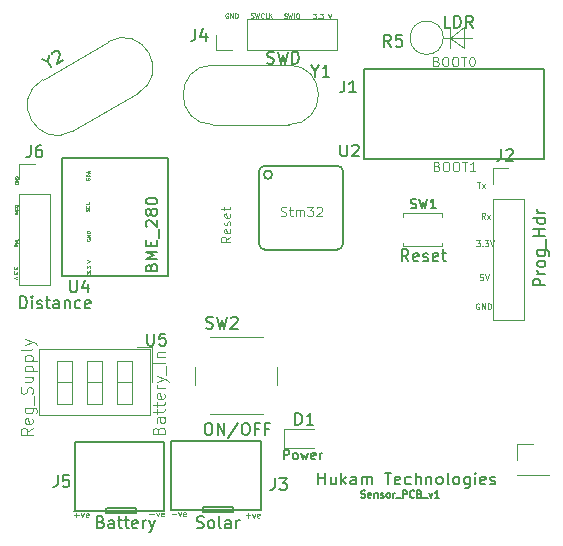
<source format=gto>
G04 #@! TF.GenerationSoftware,KiCad,Pcbnew,5.1.6-c6e7f7d~87~ubuntu18.04.1*
G04 #@! TF.CreationDate,2020-07-22T22:23:17+05:30*
G04 #@! TF.ProjectId,Sensor_pcb_v1,53656e73-6f72-45f7-9063-625f76312e6b,rev?*
G04 #@! TF.SameCoordinates,Original*
G04 #@! TF.FileFunction,Legend,Top*
G04 #@! TF.FilePolarity,Positive*
%FSLAX46Y46*%
G04 Gerber Fmt 4.6, Leading zero omitted, Abs format (unit mm)*
G04 Created by KiCad (PCBNEW 5.1.6-c6e7f7d~87~ubuntu18.04.1) date 2020-07-22 22:23:17*
%MOMM*%
%LPD*%
G01*
G04 APERTURE LIST*
%ADD10C,0.050000*%
%ADD11C,0.100000*%
%ADD12C,0.070000*%
%ADD13C,0.075000*%
%ADD14C,0.060000*%
%ADD15C,0.150000*%
%ADD16C,0.200000*%
%ADD17C,0.120000*%
G04 APERTURE END LIST*
D10*
X42734621Y-61137954D02*
X43115574Y-61137954D01*
X42925098Y-61328430D02*
X42925098Y-60947478D01*
X43306050Y-60995097D02*
X43425098Y-61328430D01*
X43544145Y-60995097D01*
X43925098Y-61304620D02*
X43877479Y-61328430D01*
X43782240Y-61328430D01*
X43734621Y-61304620D01*
X43710812Y-61257001D01*
X43710812Y-61066525D01*
X43734621Y-61018906D01*
X43782240Y-60995097D01*
X43877479Y-60995097D01*
X43925098Y-61018906D01*
X43948907Y-61066525D01*
X43948907Y-61114144D01*
X43710812Y-61161763D01*
X36470981Y-61046514D02*
X36851934Y-61046514D01*
X37042410Y-60903657D02*
X37161458Y-61236990D01*
X37280505Y-60903657D01*
X37661458Y-61213180D02*
X37613839Y-61236990D01*
X37518600Y-61236990D01*
X37470981Y-61213180D01*
X37447172Y-61165561D01*
X37447172Y-60975085D01*
X37470981Y-60927466D01*
X37518600Y-60903657D01*
X37613839Y-60903657D01*
X37661458Y-60927466D01*
X37685267Y-60975085D01*
X37685267Y-61022704D01*
X37447172Y-61070323D01*
X34591381Y-61049054D02*
X34972334Y-61049054D01*
X35162810Y-60906197D02*
X35281858Y-61239530D01*
X35400905Y-60906197D01*
X35781858Y-61215720D02*
X35734239Y-61239530D01*
X35639000Y-61239530D01*
X35591381Y-61215720D01*
X35567572Y-61168101D01*
X35567572Y-60977625D01*
X35591381Y-60930006D01*
X35639000Y-60906197D01*
X35734239Y-60906197D01*
X35781858Y-60930006D01*
X35805667Y-60977625D01*
X35805667Y-61025244D01*
X35567572Y-61072863D01*
X28221061Y-61127794D02*
X28602014Y-61127794D01*
X28411538Y-61318270D02*
X28411538Y-60937318D01*
X28792490Y-60984937D02*
X28911538Y-61318270D01*
X29030585Y-60984937D01*
X29411538Y-61294460D02*
X29363919Y-61318270D01*
X29268680Y-61318270D01*
X29221061Y-61294460D01*
X29197252Y-61246841D01*
X29197252Y-61056365D01*
X29221061Y-61008746D01*
X29268680Y-60984937D01*
X29363919Y-60984937D01*
X29411538Y-61008746D01*
X29435347Y-61056365D01*
X29435347Y-61103984D01*
X29197252Y-61151603D01*
D11*
X58944693Y-31591257D02*
X59058979Y-31629352D01*
X59097074Y-31667447D01*
X59135169Y-31743638D01*
X59135169Y-31857923D01*
X59097074Y-31934114D01*
X59058979Y-31972209D01*
X58982788Y-32010304D01*
X58678026Y-32010304D01*
X58678026Y-31210304D01*
X58944693Y-31210304D01*
X59020883Y-31248400D01*
X59058979Y-31286495D01*
X59097074Y-31362685D01*
X59097074Y-31438876D01*
X59058979Y-31515066D01*
X59020883Y-31553161D01*
X58944693Y-31591257D01*
X58678026Y-31591257D01*
X59630407Y-31210304D02*
X59782788Y-31210304D01*
X59858979Y-31248400D01*
X59935169Y-31324590D01*
X59973264Y-31476971D01*
X59973264Y-31743638D01*
X59935169Y-31896019D01*
X59858979Y-31972209D01*
X59782788Y-32010304D01*
X59630407Y-32010304D01*
X59554217Y-31972209D01*
X59478026Y-31896019D01*
X59439931Y-31743638D01*
X59439931Y-31476971D01*
X59478026Y-31324590D01*
X59554217Y-31248400D01*
X59630407Y-31210304D01*
X60468502Y-31210304D02*
X60620883Y-31210304D01*
X60697074Y-31248400D01*
X60773264Y-31324590D01*
X60811360Y-31476971D01*
X60811360Y-31743638D01*
X60773264Y-31896019D01*
X60697074Y-31972209D01*
X60620883Y-32010304D01*
X60468502Y-32010304D01*
X60392312Y-31972209D01*
X60316121Y-31896019D01*
X60278026Y-31743638D01*
X60278026Y-31476971D01*
X60316121Y-31324590D01*
X60392312Y-31248400D01*
X60468502Y-31210304D01*
X61039931Y-31210304D02*
X61497074Y-31210304D01*
X61268502Y-32010304D02*
X61268502Y-31210304D01*
X62182788Y-32010304D02*
X61725645Y-32010304D01*
X61954217Y-32010304D02*
X61954217Y-31210304D01*
X61878026Y-31324590D01*
X61801836Y-31400780D01*
X61725645Y-31438876D01*
X58878653Y-22696177D02*
X58992939Y-22734272D01*
X59031034Y-22772367D01*
X59069129Y-22848558D01*
X59069129Y-22962843D01*
X59031034Y-23039034D01*
X58992939Y-23077129D01*
X58916748Y-23115224D01*
X58611986Y-23115224D01*
X58611986Y-22315224D01*
X58878653Y-22315224D01*
X58954843Y-22353320D01*
X58992939Y-22391415D01*
X59031034Y-22467605D01*
X59031034Y-22543796D01*
X58992939Y-22619986D01*
X58954843Y-22658081D01*
X58878653Y-22696177D01*
X58611986Y-22696177D01*
X59564367Y-22315224D02*
X59716748Y-22315224D01*
X59792939Y-22353320D01*
X59869129Y-22429510D01*
X59907224Y-22581891D01*
X59907224Y-22848558D01*
X59869129Y-23000939D01*
X59792939Y-23077129D01*
X59716748Y-23115224D01*
X59564367Y-23115224D01*
X59488177Y-23077129D01*
X59411986Y-23000939D01*
X59373891Y-22848558D01*
X59373891Y-22581891D01*
X59411986Y-22429510D01*
X59488177Y-22353320D01*
X59564367Y-22315224D01*
X60402462Y-22315224D02*
X60554843Y-22315224D01*
X60631034Y-22353320D01*
X60707224Y-22429510D01*
X60745320Y-22581891D01*
X60745320Y-22848558D01*
X60707224Y-23000939D01*
X60631034Y-23077129D01*
X60554843Y-23115224D01*
X60402462Y-23115224D01*
X60326272Y-23077129D01*
X60250081Y-23000939D01*
X60211986Y-22848558D01*
X60211986Y-22581891D01*
X60250081Y-22429510D01*
X60326272Y-22353320D01*
X60402462Y-22315224D01*
X60973891Y-22315224D02*
X61431034Y-22315224D01*
X61202462Y-23115224D02*
X61202462Y-22315224D01*
X61850081Y-22315224D02*
X61926272Y-22315224D01*
X62002462Y-22353320D01*
X62040558Y-22391415D01*
X62078653Y-22467605D01*
X62116748Y-22619986D01*
X62116748Y-22810462D01*
X62078653Y-22962843D01*
X62040558Y-23039034D01*
X62002462Y-23077129D01*
X61926272Y-23115224D01*
X61850081Y-23115224D01*
X61773891Y-23077129D01*
X61735796Y-23039034D01*
X61697700Y-22962843D01*
X61659605Y-22810462D01*
X61659605Y-22619986D01*
X61697700Y-22467605D01*
X61735796Y-22391415D01*
X61773891Y-22353320D01*
X61850081Y-22315224D01*
D12*
X48474722Y-18665852D02*
X48722341Y-18665852D01*
X48589008Y-18818233D01*
X48646151Y-18818233D01*
X48684246Y-18837280D01*
X48703294Y-18856328D01*
X48722341Y-18894423D01*
X48722341Y-18989661D01*
X48703294Y-19027757D01*
X48684246Y-19046804D01*
X48646151Y-19065852D01*
X48531865Y-19065852D01*
X48493770Y-19046804D01*
X48474722Y-19027757D01*
X48893770Y-19027757D02*
X48912818Y-19046804D01*
X48893770Y-19065852D01*
X48874722Y-19046804D01*
X48893770Y-19027757D01*
X48893770Y-19065852D01*
X49046151Y-18665852D02*
X49293770Y-18665852D01*
X49160437Y-18818233D01*
X49217580Y-18818233D01*
X49255675Y-18837280D01*
X49274722Y-18856328D01*
X49293770Y-18894423D01*
X49293770Y-18989661D01*
X49274722Y-19027757D01*
X49255675Y-19046804D01*
X49217580Y-19065852D01*
X49103294Y-19065852D01*
X49065199Y-19046804D01*
X49046151Y-19027757D01*
X49712818Y-18665852D02*
X49846151Y-19065852D01*
X49979484Y-18665852D01*
X45986780Y-19023944D02*
X46043923Y-19042992D01*
X46139161Y-19042992D01*
X46177257Y-19023944D01*
X46196304Y-19004897D01*
X46215352Y-18966801D01*
X46215352Y-18928706D01*
X46196304Y-18890611D01*
X46177257Y-18871563D01*
X46139161Y-18852516D01*
X46062971Y-18833468D01*
X46024876Y-18814420D01*
X46005828Y-18795373D01*
X45986780Y-18757278D01*
X45986780Y-18719182D01*
X46005828Y-18681087D01*
X46024876Y-18662040D01*
X46062971Y-18642992D01*
X46158209Y-18642992D01*
X46215352Y-18662040D01*
X46348685Y-18642992D02*
X46443923Y-19042992D01*
X46520114Y-18757278D01*
X46596304Y-19042992D01*
X46691542Y-18642992D01*
X46843923Y-19042992D02*
X46843923Y-18642992D01*
X47110590Y-18642992D02*
X47186780Y-18642992D01*
X47224876Y-18662040D01*
X47262971Y-18700135D01*
X47282019Y-18776325D01*
X47282019Y-18909659D01*
X47262971Y-18985849D01*
X47224876Y-19023944D01*
X47186780Y-19042992D01*
X47110590Y-19042992D01*
X47072495Y-19023944D01*
X47034400Y-18985849D01*
X47015352Y-18909659D01*
X47015352Y-18776325D01*
X47034400Y-18700135D01*
X47072495Y-18662040D01*
X47110590Y-18642992D01*
X41242018Y-18662040D02*
X41203922Y-18642992D01*
X41146780Y-18642992D01*
X41089637Y-18662040D01*
X41051541Y-18700135D01*
X41032494Y-18738230D01*
X41013446Y-18814420D01*
X41013446Y-18871563D01*
X41032494Y-18947754D01*
X41051541Y-18985849D01*
X41089637Y-19023944D01*
X41146780Y-19042992D01*
X41184875Y-19042992D01*
X41242018Y-19023944D01*
X41261065Y-19004897D01*
X41261065Y-18871563D01*
X41184875Y-18871563D01*
X41432494Y-19042992D02*
X41432494Y-18642992D01*
X41661065Y-19042992D01*
X41661065Y-18642992D01*
X41851541Y-19042992D02*
X41851541Y-18642992D01*
X41946780Y-18642992D01*
X42003922Y-18662040D01*
X42042018Y-18700135D01*
X42061065Y-18738230D01*
X42080113Y-18814420D01*
X42080113Y-18871563D01*
X42061065Y-18947754D01*
X42042018Y-18985849D01*
X42003922Y-19023944D01*
X41946780Y-19042992D01*
X41851541Y-19042992D01*
X43171858Y-19006164D02*
X43229000Y-19025212D01*
X43324239Y-19025212D01*
X43362334Y-19006164D01*
X43381381Y-18987117D01*
X43400429Y-18949021D01*
X43400429Y-18910926D01*
X43381381Y-18872831D01*
X43362334Y-18853783D01*
X43324239Y-18834736D01*
X43248048Y-18815688D01*
X43209953Y-18796640D01*
X43190905Y-18777593D01*
X43171858Y-18739498D01*
X43171858Y-18701402D01*
X43190905Y-18663307D01*
X43209953Y-18644260D01*
X43248048Y-18625212D01*
X43343286Y-18625212D01*
X43400429Y-18644260D01*
X43533762Y-18625212D02*
X43629000Y-19025212D01*
X43705191Y-18739498D01*
X43781381Y-19025212D01*
X43876620Y-18625212D01*
X44257572Y-18987117D02*
X44238524Y-19006164D01*
X44181381Y-19025212D01*
X44143286Y-19025212D01*
X44086143Y-19006164D01*
X44048048Y-18968069D01*
X44029000Y-18929974D01*
X44009953Y-18853783D01*
X44009953Y-18796640D01*
X44029000Y-18720450D01*
X44048048Y-18682355D01*
X44086143Y-18644260D01*
X44143286Y-18625212D01*
X44181381Y-18625212D01*
X44238524Y-18644260D01*
X44257572Y-18663307D01*
X44619477Y-19025212D02*
X44429000Y-19025212D01*
X44429000Y-18625212D01*
X44752810Y-19025212D02*
X44752810Y-18625212D01*
X44981381Y-19025212D02*
X44809953Y-18796640D01*
X44981381Y-18625212D02*
X44752810Y-18853783D01*
D11*
X35351411Y-53953017D02*
X35399030Y-53810160D01*
X35446649Y-53762540D01*
X35541887Y-53714921D01*
X35684744Y-53714921D01*
X35779982Y-53762540D01*
X35827601Y-53810160D01*
X35875220Y-53905398D01*
X35875220Y-54286350D01*
X34875220Y-54286350D01*
X34875220Y-53953017D01*
X34922840Y-53857779D01*
X34970459Y-53810160D01*
X35065697Y-53762540D01*
X35160935Y-53762540D01*
X35256173Y-53810160D01*
X35303792Y-53857779D01*
X35351411Y-53953017D01*
X35351411Y-54286350D01*
X35875220Y-52857779D02*
X35351411Y-52857779D01*
X35256173Y-52905398D01*
X35208554Y-53000636D01*
X35208554Y-53191112D01*
X35256173Y-53286350D01*
X35827601Y-52857779D02*
X35875220Y-52953017D01*
X35875220Y-53191112D01*
X35827601Y-53286350D01*
X35732363Y-53333969D01*
X35637125Y-53333969D01*
X35541887Y-53286350D01*
X35494268Y-53191112D01*
X35494268Y-52953017D01*
X35446649Y-52857779D01*
X35208554Y-52524445D02*
X35208554Y-52143493D01*
X34875220Y-52381588D02*
X35732363Y-52381588D01*
X35827601Y-52333969D01*
X35875220Y-52238731D01*
X35875220Y-52143493D01*
X35208554Y-51953017D02*
X35208554Y-51572064D01*
X34875220Y-51810160D02*
X35732363Y-51810160D01*
X35827601Y-51762540D01*
X35875220Y-51667302D01*
X35875220Y-51572064D01*
X35827601Y-50857779D02*
X35875220Y-50953017D01*
X35875220Y-51143493D01*
X35827601Y-51238731D01*
X35732363Y-51286350D01*
X35351411Y-51286350D01*
X35256173Y-51238731D01*
X35208554Y-51143493D01*
X35208554Y-50953017D01*
X35256173Y-50857779D01*
X35351411Y-50810160D01*
X35446649Y-50810160D01*
X35541887Y-51286350D01*
X35875220Y-50381588D02*
X35208554Y-50381588D01*
X35399030Y-50381588D02*
X35303792Y-50333969D01*
X35256173Y-50286350D01*
X35208554Y-50191112D01*
X35208554Y-50095874D01*
X35208554Y-49857779D02*
X35875220Y-49619683D01*
X35208554Y-49381588D02*
X35875220Y-49619683D01*
X36113316Y-49714921D01*
X36160935Y-49762540D01*
X36208554Y-49857779D01*
X35970459Y-49238731D02*
X35970459Y-48476826D01*
X35875220Y-48238731D02*
X34875220Y-48238731D01*
X35208554Y-47762540D02*
X35875220Y-47762540D01*
X35303792Y-47762540D02*
X35256173Y-47714921D01*
X35208554Y-47619683D01*
X35208554Y-47476826D01*
X35256173Y-47381588D01*
X35351411Y-47333969D01*
X35875220Y-47333969D01*
X24706840Y-53756131D02*
X24230650Y-54089464D01*
X24706840Y-54327560D02*
X23706840Y-54327560D01*
X23706840Y-53946607D01*
X23754460Y-53851369D01*
X23802079Y-53803750D01*
X23897317Y-53756131D01*
X24040174Y-53756131D01*
X24135412Y-53803750D01*
X24183031Y-53851369D01*
X24230650Y-53946607D01*
X24230650Y-54327560D01*
X24659221Y-52946607D02*
X24706840Y-53041845D01*
X24706840Y-53232321D01*
X24659221Y-53327560D01*
X24563983Y-53375179D01*
X24183031Y-53375179D01*
X24087793Y-53327560D01*
X24040174Y-53232321D01*
X24040174Y-53041845D01*
X24087793Y-52946607D01*
X24183031Y-52898988D01*
X24278269Y-52898988D01*
X24373507Y-53375179D01*
X24040174Y-52041845D02*
X24849698Y-52041845D01*
X24944936Y-52089464D01*
X24992555Y-52137083D01*
X25040174Y-52232321D01*
X25040174Y-52375179D01*
X24992555Y-52470417D01*
X24659221Y-52041845D02*
X24706840Y-52137083D01*
X24706840Y-52327560D01*
X24659221Y-52422798D01*
X24611602Y-52470417D01*
X24516364Y-52518036D01*
X24230650Y-52518036D01*
X24135412Y-52470417D01*
X24087793Y-52422798D01*
X24040174Y-52327560D01*
X24040174Y-52137083D01*
X24087793Y-52041845D01*
X24802079Y-51803750D02*
X24802079Y-51041845D01*
X24659221Y-50851369D02*
X24706840Y-50708512D01*
X24706840Y-50470417D01*
X24659221Y-50375179D01*
X24611602Y-50327560D01*
X24516364Y-50279940D01*
X24421126Y-50279940D01*
X24325888Y-50327560D01*
X24278269Y-50375179D01*
X24230650Y-50470417D01*
X24183031Y-50660893D01*
X24135412Y-50756131D01*
X24087793Y-50803750D01*
X23992555Y-50851369D01*
X23897317Y-50851369D01*
X23802079Y-50803750D01*
X23754460Y-50756131D01*
X23706840Y-50660893D01*
X23706840Y-50422798D01*
X23754460Y-50279940D01*
X24040174Y-49422798D02*
X24706840Y-49422798D01*
X24040174Y-49851369D02*
X24563983Y-49851369D01*
X24659221Y-49803750D01*
X24706840Y-49708512D01*
X24706840Y-49565655D01*
X24659221Y-49470417D01*
X24611602Y-49422798D01*
X24040174Y-48946607D02*
X25040174Y-48946607D01*
X24087793Y-48946607D02*
X24040174Y-48851369D01*
X24040174Y-48660893D01*
X24087793Y-48565655D01*
X24135412Y-48518036D01*
X24230650Y-48470417D01*
X24516364Y-48470417D01*
X24611602Y-48518036D01*
X24659221Y-48565655D01*
X24706840Y-48660893D01*
X24706840Y-48851369D01*
X24659221Y-48946607D01*
X24040174Y-48041845D02*
X25040174Y-48041845D01*
X24087793Y-48041845D02*
X24040174Y-47946607D01*
X24040174Y-47756131D01*
X24087793Y-47660893D01*
X24135412Y-47613274D01*
X24230650Y-47565655D01*
X24516364Y-47565655D01*
X24611602Y-47613274D01*
X24659221Y-47660893D01*
X24706840Y-47756131D01*
X24706840Y-47946607D01*
X24659221Y-48041845D01*
X24706840Y-46994226D02*
X24659221Y-47089464D01*
X24563983Y-47137083D01*
X23706840Y-47137083D01*
X24040174Y-46708512D02*
X24706840Y-46470417D01*
X24040174Y-46232321D02*
X24706840Y-46470417D01*
X24944936Y-46565655D01*
X24992555Y-46613274D01*
X25040174Y-46708512D01*
D12*
X29294634Y-40671362D02*
X29294634Y-40485648D01*
X29408920Y-40585648D01*
X29408920Y-40542791D01*
X29423205Y-40514220D01*
X29437491Y-40499934D01*
X29466062Y-40485648D01*
X29537491Y-40485648D01*
X29566062Y-40499934D01*
X29580348Y-40514220D01*
X29594634Y-40542791D01*
X29594634Y-40628505D01*
X29580348Y-40657077D01*
X29566062Y-40671362D01*
X29566062Y-40357077D02*
X29580348Y-40342791D01*
X29594634Y-40357077D01*
X29580348Y-40371362D01*
X29566062Y-40357077D01*
X29594634Y-40357077D01*
X29294634Y-40242791D02*
X29294634Y-40057077D01*
X29408920Y-40157077D01*
X29408920Y-40114220D01*
X29423205Y-40085648D01*
X29437491Y-40071362D01*
X29466062Y-40057077D01*
X29537491Y-40057077D01*
X29566062Y-40071362D01*
X29580348Y-40085648D01*
X29594634Y-40114220D01*
X29594634Y-40199934D01*
X29580348Y-40228505D01*
X29566062Y-40242791D01*
X29294634Y-39742791D02*
X29594634Y-39642791D01*
X29294634Y-39542791D01*
X29278440Y-37718971D02*
X29264154Y-37747542D01*
X29264154Y-37790400D01*
X29278440Y-37833257D01*
X29307011Y-37861828D01*
X29335582Y-37876114D01*
X29392725Y-37890400D01*
X29435582Y-37890400D01*
X29492725Y-37876114D01*
X29521297Y-37861828D01*
X29549868Y-37833257D01*
X29564154Y-37790400D01*
X29564154Y-37761828D01*
X29549868Y-37718971D01*
X29535582Y-37704685D01*
X29435582Y-37704685D01*
X29435582Y-37761828D01*
X29564154Y-37576114D02*
X29264154Y-37576114D01*
X29564154Y-37404685D01*
X29264154Y-37404685D01*
X29564154Y-37261828D02*
X29264154Y-37261828D01*
X29264154Y-37190400D01*
X29278440Y-37147542D01*
X29307011Y-37118971D01*
X29335582Y-37104685D01*
X29392725Y-37090400D01*
X29435582Y-37090400D01*
X29492725Y-37104685D01*
X29521297Y-37118971D01*
X29549868Y-37147542D01*
X29564154Y-37190400D01*
X29564154Y-37261828D01*
X29466048Y-35396442D02*
X29480334Y-35353585D01*
X29480334Y-35282157D01*
X29466048Y-35253585D01*
X29451762Y-35239300D01*
X29423191Y-35225014D01*
X29394620Y-35225014D01*
X29366048Y-35239300D01*
X29351762Y-35253585D01*
X29337477Y-35282157D01*
X29323191Y-35339300D01*
X29308905Y-35367871D01*
X29294620Y-35382157D01*
X29266048Y-35396442D01*
X29237477Y-35396442D01*
X29208905Y-35382157D01*
X29194620Y-35367871D01*
X29180334Y-35339300D01*
X29180334Y-35267871D01*
X29194620Y-35225014D01*
X29451762Y-34925014D02*
X29466048Y-34939300D01*
X29480334Y-34982157D01*
X29480334Y-35010728D01*
X29466048Y-35053585D01*
X29437477Y-35082157D01*
X29408905Y-35096442D01*
X29351762Y-35110728D01*
X29308905Y-35110728D01*
X29251762Y-35096442D01*
X29223191Y-35082157D01*
X29194620Y-35053585D01*
X29180334Y-35010728D01*
X29180334Y-34982157D01*
X29194620Y-34939300D01*
X29208905Y-34925014D01*
X29480334Y-34653585D02*
X29480334Y-34796442D01*
X29180334Y-34796442D01*
D13*
X29506688Y-32749285D02*
X29520974Y-32706428D01*
X29520974Y-32635000D01*
X29506688Y-32606428D01*
X29492402Y-32592142D01*
X29463831Y-32577857D01*
X29435260Y-32577857D01*
X29406688Y-32592142D01*
X29392402Y-32606428D01*
X29378117Y-32635000D01*
X29363831Y-32692142D01*
X29349545Y-32720714D01*
X29335260Y-32735000D01*
X29306688Y-32749285D01*
X29278117Y-32749285D01*
X29249545Y-32735000D01*
X29235260Y-32720714D01*
X29220974Y-32692142D01*
X29220974Y-32620714D01*
X29235260Y-32577857D01*
X29520974Y-32449285D02*
X29220974Y-32449285D01*
X29220974Y-32377857D01*
X29235260Y-32335000D01*
X29263831Y-32306428D01*
X29292402Y-32292142D01*
X29349545Y-32277857D01*
X29392402Y-32277857D01*
X29449545Y-32292142D01*
X29478117Y-32306428D01*
X29506688Y-32335000D01*
X29520974Y-32377857D01*
X29520974Y-32449285D01*
X29435260Y-32163571D02*
X29435260Y-32020714D01*
X29520974Y-32192142D02*
X29220974Y-32092142D01*
X29520974Y-31992142D01*
D14*
X23432040Y-32583143D02*
X23443944Y-32559334D01*
X23443944Y-32523620D01*
X23432040Y-32487905D01*
X23408230Y-32464096D01*
X23384420Y-32452191D01*
X23336801Y-32440286D01*
X23301087Y-32440286D01*
X23253468Y-32452191D01*
X23229659Y-32464096D01*
X23205849Y-32487905D01*
X23193944Y-32523620D01*
X23193944Y-32547429D01*
X23205849Y-32583143D01*
X23217754Y-32595048D01*
X23301087Y-32595048D01*
X23301087Y-32547429D01*
X23193944Y-32702191D02*
X23443944Y-32702191D01*
X23193944Y-32845048D01*
X23443944Y-32845048D01*
X23193944Y-32964096D02*
X23443944Y-32964096D01*
X23443944Y-33023620D01*
X23432040Y-33059334D01*
X23408230Y-33083143D01*
X23384420Y-33095048D01*
X23336801Y-33106953D01*
X23301087Y-33106953D01*
X23253468Y-33095048D01*
X23229659Y-33083143D01*
X23205849Y-33059334D01*
X23193944Y-33023620D01*
X23193944Y-32964096D01*
X23360457Y-34837815D02*
X23360457Y-34921148D01*
X23229504Y-34956862D02*
X23229504Y-34837815D01*
X23479504Y-34837815D01*
X23479504Y-34956862D01*
X23241409Y-35171148D02*
X23229504Y-35147339D01*
X23229504Y-35099720D01*
X23241409Y-35075910D01*
X23253314Y-35064005D01*
X23277123Y-35052100D01*
X23348552Y-35052100D01*
X23372361Y-35064005D01*
X23384266Y-35075910D01*
X23396171Y-35099720D01*
X23396171Y-35147339D01*
X23384266Y-35171148D01*
X23229504Y-35278291D02*
X23479504Y-35278291D01*
X23229504Y-35385434D02*
X23360457Y-35385434D01*
X23384266Y-35373529D01*
X23396171Y-35349720D01*
X23396171Y-35314005D01*
X23384266Y-35290196D01*
X23372361Y-35278291D01*
X23229504Y-35540196D02*
X23241409Y-35516386D01*
X23253314Y-35504481D01*
X23277123Y-35492577D01*
X23348552Y-35492577D01*
X23372361Y-35504481D01*
X23384266Y-35516386D01*
X23396171Y-35540196D01*
X23396171Y-35575910D01*
X23384266Y-35599720D01*
X23372361Y-35611624D01*
X23348552Y-35623529D01*
X23277123Y-35623529D01*
X23253314Y-35611624D01*
X23241409Y-35599720D01*
X23229504Y-35575910D01*
X23229504Y-35540196D01*
X23436324Y-37725231D02*
X23436324Y-37868088D01*
X23186324Y-37796660D02*
X23436324Y-37796660D01*
X23186324Y-37951421D02*
X23352991Y-37951421D01*
X23305372Y-37951421D02*
X23329181Y-37963326D01*
X23341086Y-37975231D01*
X23352991Y-37999040D01*
X23352991Y-38022850D01*
X23186324Y-38106183D02*
X23352991Y-38106183D01*
X23436324Y-38106183D02*
X23424420Y-38094279D01*
X23412515Y-38106183D01*
X23424420Y-38118088D01*
X23436324Y-38106183D01*
X23412515Y-38106183D01*
X23352991Y-38332374D02*
X23150610Y-38332374D01*
X23126800Y-38320469D01*
X23114896Y-38308564D01*
X23102991Y-38284755D01*
X23102991Y-38249040D01*
X23114896Y-38225231D01*
X23198229Y-38332374D02*
X23186324Y-38308564D01*
X23186324Y-38260945D01*
X23198229Y-38237136D01*
X23210134Y-38225231D01*
X23233943Y-38213326D01*
X23305372Y-38213326D01*
X23329181Y-38225231D01*
X23341086Y-38237136D01*
X23352991Y-38260945D01*
X23352991Y-38308564D01*
X23341086Y-38332374D01*
X23386317Y-40151271D02*
X23386317Y-40318414D01*
X23283460Y-40228414D01*
X23283460Y-40266985D01*
X23270602Y-40292700D01*
X23257745Y-40305557D01*
X23232031Y-40318414D01*
X23167745Y-40318414D01*
X23142031Y-40305557D01*
X23129174Y-40292700D01*
X23116317Y-40266985D01*
X23116317Y-40189842D01*
X23129174Y-40164128D01*
X23142031Y-40151271D01*
X23142031Y-40434128D02*
X23129174Y-40446985D01*
X23116317Y-40434128D01*
X23129174Y-40421271D01*
X23142031Y-40434128D01*
X23116317Y-40434128D01*
X23386317Y-40536985D02*
X23386317Y-40704128D01*
X23283460Y-40614128D01*
X23283460Y-40652700D01*
X23270602Y-40678414D01*
X23257745Y-40691271D01*
X23232031Y-40704128D01*
X23167745Y-40704128D01*
X23142031Y-40691271D01*
X23129174Y-40678414D01*
X23116317Y-40652700D01*
X23116317Y-40575557D01*
X23129174Y-40549842D01*
X23142031Y-40536985D01*
X23386317Y-40986985D02*
X23116317Y-41076985D01*
X23386317Y-41166985D01*
D11*
X62489127Y-43222100D02*
X62441508Y-43198290D01*
X62370080Y-43198290D01*
X62298651Y-43222100D01*
X62251032Y-43269719D01*
X62227222Y-43317338D01*
X62203413Y-43412576D01*
X62203413Y-43484004D01*
X62227222Y-43579242D01*
X62251032Y-43626861D01*
X62298651Y-43674480D01*
X62370080Y-43698290D01*
X62417699Y-43698290D01*
X62489127Y-43674480D01*
X62512937Y-43650671D01*
X62512937Y-43484004D01*
X62417699Y-43484004D01*
X62727222Y-43698290D02*
X62727222Y-43198290D01*
X63012937Y-43698290D01*
X63012937Y-43198290D01*
X63251032Y-43698290D02*
X63251032Y-43198290D01*
X63370080Y-43198290D01*
X63441508Y-43222100D01*
X63489127Y-43269719D01*
X63512937Y-43317338D01*
X63536746Y-43412576D01*
X63536746Y-43484004D01*
X63512937Y-43579242D01*
X63489127Y-43626861D01*
X63441508Y-43674480D01*
X63370080Y-43698290D01*
X63251032Y-43698290D01*
X62845961Y-40734490D02*
X62607866Y-40734490D01*
X62584057Y-40972585D01*
X62607866Y-40948776D01*
X62655485Y-40924966D01*
X62774533Y-40924966D01*
X62822152Y-40948776D01*
X62845961Y-40972585D01*
X62869771Y-41020204D01*
X62869771Y-41139252D01*
X62845961Y-41186871D01*
X62822152Y-41210680D01*
X62774533Y-41234490D01*
X62655485Y-41234490D01*
X62607866Y-41210680D01*
X62584057Y-41186871D01*
X63012628Y-40734490D02*
X63179295Y-41234490D01*
X63345961Y-40734490D01*
X62253904Y-37874450D02*
X62563428Y-37874450D01*
X62396761Y-38064926D01*
X62468190Y-38064926D01*
X62515809Y-38088736D01*
X62539619Y-38112545D01*
X62563428Y-38160164D01*
X62563428Y-38279212D01*
X62539619Y-38326831D01*
X62515809Y-38350640D01*
X62468190Y-38374450D01*
X62325333Y-38374450D01*
X62277714Y-38350640D01*
X62253904Y-38326831D01*
X62777714Y-38326831D02*
X62801523Y-38350640D01*
X62777714Y-38374450D01*
X62753904Y-38350640D01*
X62777714Y-38326831D01*
X62777714Y-38374450D01*
X62968190Y-37874450D02*
X63277714Y-37874450D01*
X63111047Y-38064926D01*
X63182476Y-38064926D01*
X63230095Y-38088736D01*
X63253904Y-38112545D01*
X63277714Y-38160164D01*
X63277714Y-38279212D01*
X63253904Y-38326831D01*
X63230095Y-38350640D01*
X63182476Y-38374450D01*
X63039619Y-38374450D01*
X62992000Y-38350640D01*
X62968190Y-38326831D01*
X63420571Y-37874450D02*
X63587238Y-38374450D01*
X63753904Y-37874450D01*
X63010420Y-36014790D02*
X62843754Y-35776695D01*
X62724706Y-36014790D02*
X62724706Y-35514790D01*
X62915182Y-35514790D01*
X62962801Y-35538600D01*
X62986611Y-35562409D01*
X63010420Y-35610028D01*
X63010420Y-35681457D01*
X62986611Y-35729076D01*
X62962801Y-35752885D01*
X62915182Y-35776695D01*
X62724706Y-35776695D01*
X63177087Y-36014790D02*
X63438992Y-35681457D01*
X63177087Y-35681457D02*
X63438992Y-36014790D01*
X62321641Y-32916370D02*
X62607356Y-32916370D01*
X62464499Y-33416370D02*
X62464499Y-32916370D01*
X62726403Y-33416370D02*
X62988308Y-33083037D01*
X62726403Y-33083037D02*
X62988308Y-33416370D01*
D15*
X39496190Y-53342380D02*
X39686666Y-53342380D01*
X39781904Y-53390000D01*
X39877142Y-53485238D01*
X39924761Y-53675714D01*
X39924761Y-54009047D01*
X39877142Y-54199523D01*
X39781904Y-54294761D01*
X39686666Y-54342380D01*
X39496190Y-54342380D01*
X39400952Y-54294761D01*
X39305714Y-54199523D01*
X39258095Y-54009047D01*
X39258095Y-53675714D01*
X39305714Y-53485238D01*
X39400952Y-53390000D01*
X39496190Y-53342380D01*
X40353333Y-54342380D02*
X40353333Y-53342380D01*
X40924761Y-54342380D01*
X40924761Y-53342380D01*
X42115238Y-53294761D02*
X41258095Y-54580476D01*
X42639047Y-53342380D02*
X42829523Y-53342380D01*
X42924761Y-53390000D01*
X43020000Y-53485238D01*
X43067619Y-53675714D01*
X43067619Y-54009047D01*
X43020000Y-54199523D01*
X42924761Y-54294761D01*
X42829523Y-54342380D01*
X42639047Y-54342380D01*
X42543809Y-54294761D01*
X42448571Y-54199523D01*
X42400952Y-54009047D01*
X42400952Y-53675714D01*
X42448571Y-53485238D01*
X42543809Y-53390000D01*
X42639047Y-53342380D01*
X43829523Y-53818571D02*
X43496190Y-53818571D01*
X43496190Y-54342380D02*
X43496190Y-53342380D01*
X43972380Y-53342380D01*
X44686666Y-53818571D02*
X44353333Y-53818571D01*
X44353333Y-54342380D02*
X44353333Y-53342380D01*
X44829523Y-53342380D01*
X38598095Y-62174761D02*
X38740952Y-62222380D01*
X38979047Y-62222380D01*
X39074285Y-62174761D01*
X39121904Y-62127142D01*
X39169523Y-62031904D01*
X39169523Y-61936666D01*
X39121904Y-61841428D01*
X39074285Y-61793809D01*
X38979047Y-61746190D01*
X38788571Y-61698571D01*
X38693333Y-61650952D01*
X38645714Y-61603333D01*
X38598095Y-61508095D01*
X38598095Y-61412857D01*
X38645714Y-61317619D01*
X38693333Y-61270000D01*
X38788571Y-61222380D01*
X39026666Y-61222380D01*
X39169523Y-61270000D01*
X39740952Y-62222380D02*
X39645714Y-62174761D01*
X39598095Y-62127142D01*
X39550476Y-62031904D01*
X39550476Y-61746190D01*
X39598095Y-61650952D01*
X39645714Y-61603333D01*
X39740952Y-61555714D01*
X39883809Y-61555714D01*
X39979047Y-61603333D01*
X40026666Y-61650952D01*
X40074285Y-61746190D01*
X40074285Y-62031904D01*
X40026666Y-62127142D01*
X39979047Y-62174761D01*
X39883809Y-62222380D01*
X39740952Y-62222380D01*
X40645714Y-62222380D02*
X40550476Y-62174761D01*
X40502857Y-62079523D01*
X40502857Y-61222380D01*
X41455238Y-62222380D02*
X41455238Y-61698571D01*
X41407619Y-61603333D01*
X41312380Y-61555714D01*
X41121904Y-61555714D01*
X41026666Y-61603333D01*
X41455238Y-62174761D02*
X41360000Y-62222380D01*
X41121904Y-62222380D01*
X41026666Y-62174761D01*
X40979047Y-62079523D01*
X40979047Y-61984285D01*
X41026666Y-61889047D01*
X41121904Y-61841428D01*
X41360000Y-61841428D01*
X41455238Y-61793809D01*
X41931428Y-62222380D02*
X41931428Y-61555714D01*
X41931428Y-61746190D02*
X41979047Y-61650952D01*
X42026666Y-61603333D01*
X42121904Y-61555714D01*
X42217142Y-61555714D01*
X30471051Y-61706451D02*
X30613908Y-61754070D01*
X30661527Y-61801689D01*
X30709146Y-61896927D01*
X30709146Y-62039784D01*
X30661527Y-62135022D01*
X30613908Y-62182641D01*
X30518670Y-62230260D01*
X30137718Y-62230260D01*
X30137718Y-61230260D01*
X30471051Y-61230260D01*
X30566289Y-61277880D01*
X30613908Y-61325499D01*
X30661527Y-61420737D01*
X30661527Y-61515975D01*
X30613908Y-61611213D01*
X30566289Y-61658832D01*
X30471051Y-61706451D01*
X30137718Y-61706451D01*
X31566289Y-62230260D02*
X31566289Y-61706451D01*
X31518670Y-61611213D01*
X31423432Y-61563594D01*
X31232956Y-61563594D01*
X31137718Y-61611213D01*
X31566289Y-62182641D02*
X31471051Y-62230260D01*
X31232956Y-62230260D01*
X31137718Y-62182641D01*
X31090099Y-62087403D01*
X31090099Y-61992165D01*
X31137718Y-61896927D01*
X31232956Y-61849308D01*
X31471051Y-61849308D01*
X31566289Y-61801689D01*
X31899622Y-61563594D02*
X32280575Y-61563594D01*
X32042480Y-61230260D02*
X32042480Y-62087403D01*
X32090099Y-62182641D01*
X32185337Y-62230260D01*
X32280575Y-62230260D01*
X32471051Y-61563594D02*
X32852003Y-61563594D01*
X32613908Y-61230260D02*
X32613908Y-62087403D01*
X32661527Y-62182641D01*
X32756765Y-62230260D01*
X32852003Y-62230260D01*
X33566289Y-62182641D02*
X33471051Y-62230260D01*
X33280575Y-62230260D01*
X33185337Y-62182641D01*
X33137718Y-62087403D01*
X33137718Y-61706451D01*
X33185337Y-61611213D01*
X33280575Y-61563594D01*
X33471051Y-61563594D01*
X33566289Y-61611213D01*
X33613908Y-61706451D01*
X33613908Y-61801689D01*
X33137718Y-61896927D01*
X34042480Y-62230260D02*
X34042480Y-61563594D01*
X34042480Y-61754070D02*
X34090099Y-61658832D01*
X34137718Y-61611213D01*
X34232956Y-61563594D01*
X34328194Y-61563594D01*
X34566289Y-61563594D02*
X34804384Y-62230260D01*
X35042480Y-61563594D02*
X34804384Y-62230260D01*
X34709146Y-62468356D01*
X34661527Y-62515975D01*
X34566289Y-62563594D01*
X23647619Y-43612380D02*
X23647619Y-42612380D01*
X23885714Y-42612380D01*
X24028571Y-42660000D01*
X24123809Y-42755238D01*
X24171428Y-42850476D01*
X24219047Y-43040952D01*
X24219047Y-43183809D01*
X24171428Y-43374285D01*
X24123809Y-43469523D01*
X24028571Y-43564761D01*
X23885714Y-43612380D01*
X23647619Y-43612380D01*
X24647619Y-43612380D02*
X24647619Y-42945714D01*
X24647619Y-42612380D02*
X24600000Y-42660000D01*
X24647619Y-42707619D01*
X24695238Y-42660000D01*
X24647619Y-42612380D01*
X24647619Y-42707619D01*
X25076190Y-43564761D02*
X25171428Y-43612380D01*
X25361904Y-43612380D01*
X25457142Y-43564761D01*
X25504761Y-43469523D01*
X25504761Y-43421904D01*
X25457142Y-43326666D01*
X25361904Y-43279047D01*
X25219047Y-43279047D01*
X25123809Y-43231428D01*
X25076190Y-43136190D01*
X25076190Y-43088571D01*
X25123809Y-42993333D01*
X25219047Y-42945714D01*
X25361904Y-42945714D01*
X25457142Y-42993333D01*
X25790476Y-42945714D02*
X26171428Y-42945714D01*
X25933333Y-42612380D02*
X25933333Y-43469523D01*
X25980952Y-43564761D01*
X26076190Y-43612380D01*
X26171428Y-43612380D01*
X26933333Y-43612380D02*
X26933333Y-43088571D01*
X26885714Y-42993333D01*
X26790476Y-42945714D01*
X26600000Y-42945714D01*
X26504761Y-42993333D01*
X26933333Y-43564761D02*
X26838095Y-43612380D01*
X26600000Y-43612380D01*
X26504761Y-43564761D01*
X26457142Y-43469523D01*
X26457142Y-43374285D01*
X26504761Y-43279047D01*
X26600000Y-43231428D01*
X26838095Y-43231428D01*
X26933333Y-43183809D01*
X27409523Y-42945714D02*
X27409523Y-43612380D01*
X27409523Y-43040952D02*
X27457142Y-42993333D01*
X27552380Y-42945714D01*
X27695238Y-42945714D01*
X27790476Y-42993333D01*
X27838095Y-43088571D01*
X27838095Y-43612380D01*
X28742857Y-43564761D02*
X28647619Y-43612380D01*
X28457142Y-43612380D01*
X28361904Y-43564761D01*
X28314285Y-43517142D01*
X28266666Y-43421904D01*
X28266666Y-43136190D01*
X28314285Y-43040952D01*
X28361904Y-42993333D01*
X28457142Y-42945714D01*
X28647619Y-42945714D01*
X28742857Y-42993333D01*
X29552380Y-43564761D02*
X29457142Y-43612380D01*
X29266666Y-43612380D01*
X29171428Y-43564761D01*
X29123809Y-43469523D01*
X29123809Y-43088571D01*
X29171428Y-42993333D01*
X29266666Y-42945714D01*
X29457142Y-42945714D01*
X29552380Y-42993333D01*
X29600000Y-43088571D01*
X29600000Y-43183809D01*
X29123809Y-43279047D01*
X68092380Y-41672857D02*
X67092380Y-41672857D01*
X67092380Y-41291904D01*
X67140000Y-41196666D01*
X67187619Y-41149047D01*
X67282857Y-41101428D01*
X67425714Y-41101428D01*
X67520952Y-41149047D01*
X67568571Y-41196666D01*
X67616190Y-41291904D01*
X67616190Y-41672857D01*
X68092380Y-40672857D02*
X67425714Y-40672857D01*
X67616190Y-40672857D02*
X67520952Y-40625238D01*
X67473333Y-40577619D01*
X67425714Y-40482380D01*
X67425714Y-40387142D01*
X68092380Y-39910952D02*
X68044761Y-40006190D01*
X67997142Y-40053809D01*
X67901904Y-40101428D01*
X67616190Y-40101428D01*
X67520952Y-40053809D01*
X67473333Y-40006190D01*
X67425714Y-39910952D01*
X67425714Y-39768095D01*
X67473333Y-39672857D01*
X67520952Y-39625238D01*
X67616190Y-39577619D01*
X67901904Y-39577619D01*
X67997142Y-39625238D01*
X68044761Y-39672857D01*
X68092380Y-39768095D01*
X68092380Y-39910952D01*
X67425714Y-38720476D02*
X68235238Y-38720476D01*
X68330476Y-38768095D01*
X68378095Y-38815714D01*
X68425714Y-38910952D01*
X68425714Y-39053809D01*
X68378095Y-39149047D01*
X68044761Y-38720476D02*
X68092380Y-38815714D01*
X68092380Y-39006190D01*
X68044761Y-39101428D01*
X67997142Y-39149047D01*
X67901904Y-39196666D01*
X67616190Y-39196666D01*
X67520952Y-39149047D01*
X67473333Y-39101428D01*
X67425714Y-39006190D01*
X67425714Y-38815714D01*
X67473333Y-38720476D01*
X68187619Y-38482380D02*
X68187619Y-37720476D01*
X68092380Y-37482380D02*
X67092380Y-37482380D01*
X67568571Y-37482380D02*
X67568571Y-36910952D01*
X68092380Y-36910952D02*
X67092380Y-36910952D01*
X68092380Y-36006190D02*
X67092380Y-36006190D01*
X68044761Y-36006190D02*
X68092380Y-36101428D01*
X68092380Y-36291904D01*
X68044761Y-36387142D01*
X67997142Y-36434761D01*
X67901904Y-36482380D01*
X67616190Y-36482380D01*
X67520952Y-36434761D01*
X67473333Y-36387142D01*
X67425714Y-36291904D01*
X67425714Y-36101428D01*
X67473333Y-36006190D01*
X68092380Y-35530000D02*
X67425714Y-35530000D01*
X67616190Y-35530000D02*
X67520952Y-35482380D01*
X67473333Y-35434761D01*
X67425714Y-35339523D01*
X67425714Y-35244285D01*
X56521904Y-39622380D02*
X56188571Y-39146190D01*
X55950476Y-39622380D02*
X55950476Y-38622380D01*
X56331428Y-38622380D01*
X56426666Y-38670000D01*
X56474285Y-38717619D01*
X56521904Y-38812857D01*
X56521904Y-38955714D01*
X56474285Y-39050952D01*
X56426666Y-39098571D01*
X56331428Y-39146190D01*
X55950476Y-39146190D01*
X57331428Y-39574761D02*
X57236190Y-39622380D01*
X57045714Y-39622380D01*
X56950476Y-39574761D01*
X56902857Y-39479523D01*
X56902857Y-39098571D01*
X56950476Y-39003333D01*
X57045714Y-38955714D01*
X57236190Y-38955714D01*
X57331428Y-39003333D01*
X57379047Y-39098571D01*
X57379047Y-39193809D01*
X56902857Y-39289047D01*
X57760000Y-39574761D02*
X57855238Y-39622380D01*
X58045714Y-39622380D01*
X58140952Y-39574761D01*
X58188571Y-39479523D01*
X58188571Y-39431904D01*
X58140952Y-39336666D01*
X58045714Y-39289047D01*
X57902857Y-39289047D01*
X57807619Y-39241428D01*
X57760000Y-39146190D01*
X57760000Y-39098571D01*
X57807619Y-39003333D01*
X57902857Y-38955714D01*
X58045714Y-38955714D01*
X58140952Y-39003333D01*
X58998095Y-39574761D02*
X58902857Y-39622380D01*
X58712380Y-39622380D01*
X58617142Y-39574761D01*
X58569523Y-39479523D01*
X58569523Y-39098571D01*
X58617142Y-39003333D01*
X58712380Y-38955714D01*
X58902857Y-38955714D01*
X58998095Y-39003333D01*
X59045714Y-39098571D01*
X59045714Y-39193809D01*
X58569523Y-39289047D01*
X59331428Y-38955714D02*
X59712380Y-38955714D01*
X59474285Y-38622380D02*
X59474285Y-39479523D01*
X59521904Y-39574761D01*
X59617142Y-39622380D01*
X59712380Y-39622380D01*
D11*
X41451904Y-37570476D02*
X41070952Y-37837142D01*
X41451904Y-38027619D02*
X40651904Y-38027619D01*
X40651904Y-37722857D01*
X40690000Y-37646666D01*
X40728095Y-37608571D01*
X40804285Y-37570476D01*
X40918571Y-37570476D01*
X40994761Y-37608571D01*
X41032857Y-37646666D01*
X41070952Y-37722857D01*
X41070952Y-38027619D01*
X41413809Y-36922857D02*
X41451904Y-36999047D01*
X41451904Y-37151428D01*
X41413809Y-37227619D01*
X41337619Y-37265714D01*
X41032857Y-37265714D01*
X40956666Y-37227619D01*
X40918571Y-37151428D01*
X40918571Y-36999047D01*
X40956666Y-36922857D01*
X41032857Y-36884761D01*
X41109047Y-36884761D01*
X41185238Y-37265714D01*
X41413809Y-36580000D02*
X41451904Y-36503809D01*
X41451904Y-36351428D01*
X41413809Y-36275238D01*
X41337619Y-36237142D01*
X41299523Y-36237142D01*
X41223333Y-36275238D01*
X41185238Y-36351428D01*
X41185238Y-36465714D01*
X41147142Y-36541904D01*
X41070952Y-36580000D01*
X41032857Y-36580000D01*
X40956666Y-36541904D01*
X40918571Y-36465714D01*
X40918571Y-36351428D01*
X40956666Y-36275238D01*
X41413809Y-35589523D02*
X41451904Y-35665714D01*
X41451904Y-35818095D01*
X41413809Y-35894285D01*
X41337619Y-35932380D01*
X41032857Y-35932380D01*
X40956666Y-35894285D01*
X40918571Y-35818095D01*
X40918571Y-35665714D01*
X40956666Y-35589523D01*
X41032857Y-35551428D01*
X41109047Y-35551428D01*
X41185238Y-35932380D01*
X40918571Y-35322857D02*
X40918571Y-35018095D01*
X40651904Y-35208571D02*
X41337619Y-35208571D01*
X41413809Y-35170476D01*
X41451904Y-35094285D01*
X41451904Y-35018095D01*
X45717619Y-35783809D02*
X45831904Y-35821904D01*
X46022380Y-35821904D01*
X46098571Y-35783809D01*
X46136666Y-35745714D01*
X46174761Y-35669523D01*
X46174761Y-35593333D01*
X46136666Y-35517142D01*
X46098571Y-35479047D01*
X46022380Y-35440952D01*
X45870000Y-35402857D01*
X45793809Y-35364761D01*
X45755714Y-35326666D01*
X45717619Y-35250476D01*
X45717619Y-35174285D01*
X45755714Y-35098095D01*
X45793809Y-35060000D01*
X45870000Y-35021904D01*
X46060476Y-35021904D01*
X46174761Y-35060000D01*
X46403333Y-35288571D02*
X46708095Y-35288571D01*
X46517619Y-35021904D02*
X46517619Y-35707619D01*
X46555714Y-35783809D01*
X46631904Y-35821904D01*
X46708095Y-35821904D01*
X46974761Y-35821904D02*
X46974761Y-35288571D01*
X46974761Y-35364761D02*
X47012857Y-35326666D01*
X47089047Y-35288571D01*
X47203333Y-35288571D01*
X47279523Y-35326666D01*
X47317619Y-35402857D01*
X47317619Y-35821904D01*
X47317619Y-35402857D02*
X47355714Y-35326666D01*
X47431904Y-35288571D01*
X47546190Y-35288571D01*
X47622380Y-35326666D01*
X47660476Y-35402857D01*
X47660476Y-35821904D01*
X47965238Y-35021904D02*
X48460476Y-35021904D01*
X48193809Y-35326666D01*
X48308095Y-35326666D01*
X48384285Y-35364761D01*
X48422380Y-35402857D01*
X48460476Y-35479047D01*
X48460476Y-35669523D01*
X48422380Y-35745714D01*
X48384285Y-35783809D01*
X48308095Y-35821904D01*
X48079523Y-35821904D01*
X48003333Y-35783809D01*
X47965238Y-35745714D01*
X48765238Y-35098095D02*
X48803333Y-35060000D01*
X48879523Y-35021904D01*
X49070000Y-35021904D01*
X49146190Y-35060000D01*
X49184285Y-35098095D01*
X49222380Y-35174285D01*
X49222380Y-35250476D01*
X49184285Y-35364761D01*
X48727142Y-35821904D01*
X49222380Y-35821904D01*
D16*
X45949047Y-56401904D02*
X45949047Y-55601904D01*
X46253809Y-55601904D01*
X46330000Y-55640000D01*
X46368095Y-55678095D01*
X46406190Y-55754285D01*
X46406190Y-55868571D01*
X46368095Y-55944761D01*
X46330000Y-55982857D01*
X46253809Y-56020952D01*
X45949047Y-56020952D01*
X46863333Y-56401904D02*
X46787142Y-56363809D01*
X46749047Y-56325714D01*
X46710952Y-56249523D01*
X46710952Y-56020952D01*
X46749047Y-55944761D01*
X46787142Y-55906666D01*
X46863333Y-55868571D01*
X46977619Y-55868571D01*
X47053809Y-55906666D01*
X47091904Y-55944761D01*
X47130000Y-56020952D01*
X47130000Y-56249523D01*
X47091904Y-56325714D01*
X47053809Y-56363809D01*
X46977619Y-56401904D01*
X46863333Y-56401904D01*
X47396666Y-55868571D02*
X47549047Y-56401904D01*
X47701428Y-56020952D01*
X47853809Y-56401904D01*
X48006190Y-55868571D01*
X48615714Y-56363809D02*
X48539523Y-56401904D01*
X48387142Y-56401904D01*
X48310952Y-56363809D01*
X48272857Y-56287619D01*
X48272857Y-55982857D01*
X48310952Y-55906666D01*
X48387142Y-55868571D01*
X48539523Y-55868571D01*
X48615714Y-55906666D01*
X48653809Y-55982857D01*
X48653809Y-56059047D01*
X48272857Y-56135238D01*
X48996666Y-56401904D02*
X48996666Y-55868571D01*
X48996666Y-56020952D02*
X49034761Y-55944761D01*
X49072857Y-55906666D01*
X49149047Y-55868571D01*
X49225238Y-55868571D01*
D15*
X52528571Y-59612857D02*
X52614285Y-59641428D01*
X52757142Y-59641428D01*
X52814285Y-59612857D01*
X52842857Y-59584285D01*
X52871428Y-59527142D01*
X52871428Y-59470000D01*
X52842857Y-59412857D01*
X52814285Y-59384285D01*
X52757142Y-59355714D01*
X52642857Y-59327142D01*
X52585714Y-59298571D01*
X52557142Y-59270000D01*
X52528571Y-59212857D01*
X52528571Y-59155714D01*
X52557142Y-59098571D01*
X52585714Y-59070000D01*
X52642857Y-59041428D01*
X52785714Y-59041428D01*
X52871428Y-59070000D01*
X53357142Y-59612857D02*
X53300000Y-59641428D01*
X53185714Y-59641428D01*
X53128571Y-59612857D01*
X53100000Y-59555714D01*
X53100000Y-59327142D01*
X53128571Y-59270000D01*
X53185714Y-59241428D01*
X53300000Y-59241428D01*
X53357142Y-59270000D01*
X53385714Y-59327142D01*
X53385714Y-59384285D01*
X53100000Y-59441428D01*
X53642857Y-59241428D02*
X53642857Y-59641428D01*
X53642857Y-59298571D02*
X53671428Y-59270000D01*
X53728571Y-59241428D01*
X53814285Y-59241428D01*
X53871428Y-59270000D01*
X53900000Y-59327142D01*
X53900000Y-59641428D01*
X54157142Y-59612857D02*
X54214285Y-59641428D01*
X54328571Y-59641428D01*
X54385714Y-59612857D01*
X54414285Y-59555714D01*
X54414285Y-59527142D01*
X54385714Y-59470000D01*
X54328571Y-59441428D01*
X54242857Y-59441428D01*
X54185714Y-59412857D01*
X54157142Y-59355714D01*
X54157142Y-59327142D01*
X54185714Y-59270000D01*
X54242857Y-59241428D01*
X54328571Y-59241428D01*
X54385714Y-59270000D01*
X54757142Y-59641428D02*
X54700000Y-59612857D01*
X54671428Y-59584285D01*
X54642857Y-59527142D01*
X54642857Y-59355714D01*
X54671428Y-59298571D01*
X54700000Y-59270000D01*
X54757142Y-59241428D01*
X54842857Y-59241428D01*
X54900000Y-59270000D01*
X54928571Y-59298571D01*
X54957142Y-59355714D01*
X54957142Y-59527142D01*
X54928571Y-59584285D01*
X54900000Y-59612857D01*
X54842857Y-59641428D01*
X54757142Y-59641428D01*
X55214285Y-59641428D02*
X55214285Y-59241428D01*
X55214285Y-59355714D02*
X55242857Y-59298571D01*
X55271428Y-59270000D01*
X55328571Y-59241428D01*
X55385714Y-59241428D01*
X55442857Y-59698571D02*
X55900000Y-59698571D01*
X56042857Y-59641428D02*
X56042857Y-59041428D01*
X56271428Y-59041428D01*
X56328571Y-59070000D01*
X56357142Y-59098571D01*
X56385714Y-59155714D01*
X56385714Y-59241428D01*
X56357142Y-59298571D01*
X56328571Y-59327142D01*
X56271428Y-59355714D01*
X56042857Y-59355714D01*
X56985714Y-59584285D02*
X56957142Y-59612857D01*
X56871428Y-59641428D01*
X56814285Y-59641428D01*
X56728571Y-59612857D01*
X56671428Y-59555714D01*
X56642857Y-59498571D01*
X56614285Y-59384285D01*
X56614285Y-59298571D01*
X56642857Y-59184285D01*
X56671428Y-59127142D01*
X56728571Y-59070000D01*
X56814285Y-59041428D01*
X56871428Y-59041428D01*
X56957142Y-59070000D01*
X56985714Y-59098571D01*
X57442857Y-59327142D02*
X57528571Y-59355714D01*
X57557142Y-59384285D01*
X57585714Y-59441428D01*
X57585714Y-59527142D01*
X57557142Y-59584285D01*
X57528571Y-59612857D01*
X57471428Y-59641428D01*
X57242857Y-59641428D01*
X57242857Y-59041428D01*
X57442857Y-59041428D01*
X57500000Y-59070000D01*
X57528571Y-59098571D01*
X57557142Y-59155714D01*
X57557142Y-59212857D01*
X57528571Y-59270000D01*
X57500000Y-59298571D01*
X57442857Y-59327142D01*
X57242857Y-59327142D01*
X57700000Y-59698571D02*
X58157142Y-59698571D01*
X58242857Y-59241428D02*
X58385714Y-59641428D01*
X58528571Y-59241428D01*
X59071428Y-59641428D02*
X58728571Y-59641428D01*
X58900000Y-59641428D02*
X58900000Y-59041428D01*
X58842857Y-59127142D01*
X58785714Y-59184285D01*
X58728571Y-59212857D01*
D16*
X48883809Y-58532380D02*
X48883809Y-57532380D01*
X48883809Y-58008571D02*
X49455238Y-58008571D01*
X49455238Y-58532380D02*
X49455238Y-57532380D01*
X50360000Y-57865714D02*
X50360000Y-58532380D01*
X49931428Y-57865714D02*
X49931428Y-58389523D01*
X49979047Y-58484761D01*
X50074285Y-58532380D01*
X50217142Y-58532380D01*
X50312380Y-58484761D01*
X50360000Y-58437142D01*
X50836190Y-58532380D02*
X50836190Y-57532380D01*
X50931428Y-58151428D02*
X51217142Y-58532380D01*
X51217142Y-57865714D02*
X50836190Y-58246666D01*
X52074285Y-58532380D02*
X52074285Y-58008571D01*
X52026666Y-57913333D01*
X51931428Y-57865714D01*
X51740952Y-57865714D01*
X51645714Y-57913333D01*
X52074285Y-58484761D02*
X51979047Y-58532380D01*
X51740952Y-58532380D01*
X51645714Y-58484761D01*
X51598095Y-58389523D01*
X51598095Y-58294285D01*
X51645714Y-58199047D01*
X51740952Y-58151428D01*
X51979047Y-58151428D01*
X52074285Y-58103809D01*
X52550476Y-58532380D02*
X52550476Y-57865714D01*
X52550476Y-57960952D02*
X52598095Y-57913333D01*
X52693333Y-57865714D01*
X52836190Y-57865714D01*
X52931428Y-57913333D01*
X52979047Y-58008571D01*
X52979047Y-58532380D01*
X52979047Y-58008571D02*
X53026666Y-57913333D01*
X53121904Y-57865714D01*
X53264761Y-57865714D01*
X53360000Y-57913333D01*
X53407619Y-58008571D01*
X53407619Y-58532380D01*
X54502857Y-57532380D02*
X55074285Y-57532380D01*
X54788571Y-58532380D02*
X54788571Y-57532380D01*
X55788571Y-58484761D02*
X55693333Y-58532380D01*
X55502857Y-58532380D01*
X55407619Y-58484761D01*
X55360000Y-58389523D01*
X55360000Y-58008571D01*
X55407619Y-57913333D01*
X55502857Y-57865714D01*
X55693333Y-57865714D01*
X55788571Y-57913333D01*
X55836190Y-58008571D01*
X55836190Y-58103809D01*
X55360000Y-58199047D01*
X56693333Y-58484761D02*
X56598095Y-58532380D01*
X56407619Y-58532380D01*
X56312380Y-58484761D01*
X56264761Y-58437142D01*
X56217142Y-58341904D01*
X56217142Y-58056190D01*
X56264761Y-57960952D01*
X56312380Y-57913333D01*
X56407619Y-57865714D01*
X56598095Y-57865714D01*
X56693333Y-57913333D01*
X57121904Y-58532380D02*
X57121904Y-57532380D01*
X57550476Y-58532380D02*
X57550476Y-58008571D01*
X57502857Y-57913333D01*
X57407619Y-57865714D01*
X57264761Y-57865714D01*
X57169523Y-57913333D01*
X57121904Y-57960952D01*
X58026666Y-57865714D02*
X58026666Y-58532380D01*
X58026666Y-57960952D02*
X58074285Y-57913333D01*
X58169523Y-57865714D01*
X58312380Y-57865714D01*
X58407619Y-57913333D01*
X58455238Y-58008571D01*
X58455238Y-58532380D01*
X59074285Y-58532380D02*
X58979047Y-58484761D01*
X58931428Y-58437142D01*
X58883809Y-58341904D01*
X58883809Y-58056190D01*
X58931428Y-57960952D01*
X58979047Y-57913333D01*
X59074285Y-57865714D01*
X59217142Y-57865714D01*
X59312380Y-57913333D01*
X59360000Y-57960952D01*
X59407619Y-58056190D01*
X59407619Y-58341904D01*
X59360000Y-58437142D01*
X59312380Y-58484761D01*
X59217142Y-58532380D01*
X59074285Y-58532380D01*
X59979047Y-58532380D02*
X59883809Y-58484761D01*
X59836190Y-58389523D01*
X59836190Y-57532380D01*
X60502857Y-58532380D02*
X60407619Y-58484761D01*
X60360000Y-58437142D01*
X60312380Y-58341904D01*
X60312380Y-58056190D01*
X60360000Y-57960952D01*
X60407619Y-57913333D01*
X60502857Y-57865714D01*
X60645714Y-57865714D01*
X60740952Y-57913333D01*
X60788571Y-57960952D01*
X60836190Y-58056190D01*
X60836190Y-58341904D01*
X60788571Y-58437142D01*
X60740952Y-58484761D01*
X60645714Y-58532380D01*
X60502857Y-58532380D01*
X61693333Y-57865714D02*
X61693333Y-58675238D01*
X61645714Y-58770476D01*
X61598095Y-58818095D01*
X61502857Y-58865714D01*
X61360000Y-58865714D01*
X61264761Y-58818095D01*
X61693333Y-58484761D02*
X61598095Y-58532380D01*
X61407619Y-58532380D01*
X61312380Y-58484761D01*
X61264761Y-58437142D01*
X61217142Y-58341904D01*
X61217142Y-58056190D01*
X61264761Y-57960952D01*
X61312380Y-57913333D01*
X61407619Y-57865714D01*
X61598095Y-57865714D01*
X61693333Y-57913333D01*
X62169523Y-58532380D02*
X62169523Y-57865714D01*
X62169523Y-57532380D02*
X62121904Y-57580000D01*
X62169523Y-57627619D01*
X62217142Y-57580000D01*
X62169523Y-57532380D01*
X62169523Y-57627619D01*
X63026666Y-58484761D02*
X62931428Y-58532380D01*
X62740952Y-58532380D01*
X62645714Y-58484761D01*
X62598095Y-58389523D01*
X62598095Y-58008571D01*
X62645714Y-57913333D01*
X62740952Y-57865714D01*
X62931428Y-57865714D01*
X63026666Y-57913333D01*
X63074285Y-58008571D01*
X63074285Y-58103809D01*
X62598095Y-58199047D01*
X63455238Y-58484761D02*
X63550476Y-58532380D01*
X63740952Y-58532380D01*
X63836190Y-58484761D01*
X63883809Y-58389523D01*
X63883809Y-58341904D01*
X63836190Y-58246666D01*
X63740952Y-58199047D01*
X63598095Y-58199047D01*
X63502857Y-58151428D01*
X63455238Y-58056190D01*
X63455238Y-58008571D01*
X63502857Y-57913333D01*
X63598095Y-57865714D01*
X63740952Y-57865714D01*
X63836190Y-57913333D01*
D15*
X68030000Y-23350000D02*
X52790000Y-23350000D01*
X52790000Y-23350000D02*
X52790000Y-30970000D01*
X52790000Y-30970000D02*
X68030000Y-30970000D01*
X68030000Y-30970000D02*
X68030000Y-23350000D01*
X43862000Y-32040000D02*
X43862000Y-38136000D01*
X44370000Y-38644000D02*
X50466000Y-38644000D01*
X50974000Y-38136000D02*
X50974000Y-32040000D01*
X50466000Y-31532000D02*
X44370000Y-31532000D01*
X44983210Y-32294000D02*
G75*
G03*
X44983210Y-32294000I-359210J0D01*
G01*
X50466000Y-38644000D02*
G75*
G03*
X50974000Y-38136000I0J508000D01*
G01*
X43862000Y-38136000D02*
G75*
G03*
X44370000Y-38644000I508000J0D01*
G01*
X50974000Y-32040000D02*
G75*
G03*
X50466000Y-31532000I-508000J0D01*
G01*
X44370000Y-31532000D02*
G75*
G03*
X43862000Y-32040000I0J-508000D01*
G01*
D17*
X56080000Y-38350000D02*
X56080000Y-38050000D01*
X59380000Y-38350000D02*
X56080000Y-38350000D01*
X59380000Y-38050000D02*
X59380000Y-38350000D01*
X56080000Y-35550000D02*
X56080000Y-35850000D01*
X59380000Y-35550000D02*
X56080000Y-35550000D01*
X59380000Y-35850000D02*
X59380000Y-35550000D01*
X65720000Y-55090000D02*
X67050000Y-55090000D01*
X65720000Y-56420000D02*
X65720000Y-55090000D01*
X65720000Y-57690000D02*
X68380000Y-57690000D01*
X68380000Y-57690000D02*
X68380000Y-57750000D01*
X65720000Y-57690000D02*
X65720000Y-57750000D01*
X65720000Y-57750000D02*
X68380000Y-57750000D01*
X23530000Y-31370000D02*
X24860000Y-31370000D01*
X23530000Y-32700000D02*
X23530000Y-31370000D01*
X23530000Y-33970000D02*
X26190000Y-33970000D01*
X26190000Y-33970000D02*
X26190000Y-41650000D01*
X23530000Y-33970000D02*
X23530000Y-41650000D01*
X23530000Y-41650000D02*
X26190000Y-41650000D01*
D15*
X28250000Y-54900000D02*
X35250000Y-54900000D01*
X35250000Y-54900000D02*
X35750000Y-54900000D01*
X35750000Y-54900000D02*
X35840000Y-54900000D01*
X28250000Y-54900000D02*
X28250000Y-59900000D01*
X28250000Y-59900000D02*
X28250000Y-60700000D01*
X28250000Y-60700000D02*
X28250000Y-60710000D01*
X35830000Y-54940000D02*
X35830000Y-54930000D01*
X35830000Y-55740000D02*
X35830000Y-54940000D01*
X35830000Y-60740000D02*
X35830000Y-55740000D01*
X28330000Y-60740000D02*
X28240000Y-60740000D01*
X35830000Y-60740000D02*
X28830000Y-60740000D01*
X28830000Y-60740000D02*
X28330000Y-60740000D01*
X30960000Y-60520000D02*
X33490000Y-60520000D01*
X33490000Y-60520000D02*
X33490000Y-60920000D01*
X33490000Y-60920000D02*
X30940000Y-60920000D01*
X30940000Y-60920000D02*
X30940000Y-60540000D01*
X30940000Y-60540000D02*
X30930000Y-60540000D01*
X36420000Y-54840000D02*
X43420000Y-54840000D01*
X43420000Y-54840000D02*
X43920000Y-54840000D01*
X43920000Y-54840000D02*
X44010000Y-54840000D01*
X36420000Y-54840000D02*
X36420000Y-59840000D01*
X36420000Y-59840000D02*
X36420000Y-60640000D01*
X36420000Y-60640000D02*
X36420000Y-60650000D01*
X44000000Y-54880000D02*
X44000000Y-54870000D01*
X44000000Y-55680000D02*
X44000000Y-54880000D01*
X44000000Y-60680000D02*
X44000000Y-55680000D01*
X36500000Y-60680000D02*
X36410000Y-60680000D01*
X44000000Y-60680000D02*
X37000000Y-60680000D01*
X37000000Y-60680000D02*
X36500000Y-60680000D01*
X39130000Y-60460000D02*
X41660000Y-60460000D01*
X41660000Y-60460000D02*
X41660000Y-60860000D01*
X41660000Y-60860000D02*
X39110000Y-60860000D01*
X39110000Y-60860000D02*
X39110000Y-60480000D01*
X39110000Y-60480000D02*
X39100000Y-60480000D01*
D17*
X39680000Y-52570000D02*
X44180000Y-52570000D01*
X38430000Y-48570000D02*
X38430000Y-50070000D01*
X44180000Y-46070000D02*
X39680000Y-46070000D01*
X45430000Y-50070000D02*
X45430000Y-48570000D01*
X34830000Y-46900000D02*
X33560000Y-46900000D01*
X34830000Y-46900000D02*
X34830000Y-49840000D01*
X34630000Y-47100000D02*
X34630000Y-52640000D01*
X34630000Y-52640000D02*
X25210000Y-52640000D01*
X25210000Y-52640000D02*
X25210000Y-47100000D01*
X25210000Y-47100000D02*
X34630000Y-47100000D01*
X33095000Y-48060000D02*
X31825000Y-48060000D01*
X31825000Y-48060000D02*
X31825000Y-51680000D01*
X31825000Y-51680000D02*
X33095000Y-51680000D01*
X33095000Y-51680000D02*
X33095000Y-48060000D01*
X33095000Y-49870000D02*
X31825000Y-49870000D01*
X30555000Y-48060000D02*
X29285000Y-48060000D01*
X29285000Y-48060000D02*
X29285000Y-51680000D01*
X29285000Y-51680000D02*
X30555000Y-51680000D01*
X30555000Y-51680000D02*
X30555000Y-48060000D01*
X30555000Y-49870000D02*
X29285000Y-49870000D01*
X28015000Y-48060000D02*
X26745000Y-48060000D01*
X26745000Y-48060000D02*
X26745000Y-51680000D01*
X26745000Y-51680000D02*
X28015000Y-51680000D01*
X28015000Y-51680000D02*
X28015000Y-48060000D01*
X28015000Y-49870000D02*
X26745000Y-49870000D01*
X45940000Y-53830000D02*
X48540000Y-53830000D01*
X45940000Y-55430000D02*
X48540000Y-55430000D01*
X45940000Y-53830000D02*
X45940000Y-55430000D01*
X63640000Y-44590000D02*
X66300000Y-44590000D01*
X63640000Y-34370000D02*
X63640000Y-44590000D01*
X66300000Y-34370000D02*
X66300000Y-44590000D01*
X63640000Y-34370000D02*
X66300000Y-34370000D01*
X63640000Y-33100000D02*
X63640000Y-31770000D01*
X63640000Y-31770000D02*
X64970000Y-31770000D01*
X50500000Y-21780000D02*
X50500000Y-19120000D01*
X42820000Y-21780000D02*
X50500000Y-21780000D01*
X42820000Y-19120000D02*
X50500000Y-19120000D01*
X42820000Y-21780000D02*
X42820000Y-19120000D01*
X41550000Y-21780000D02*
X40220000Y-21780000D01*
X40220000Y-21780000D02*
X40220000Y-20450000D01*
X59470000Y-20710000D02*
X61940000Y-20710000D01*
X60007333Y-19821000D02*
X60007333Y-21599000D01*
X60007333Y-20710000D02*
X61192667Y-19821000D01*
X61192667Y-19821000D02*
X61192667Y-21599000D01*
X61192667Y-21599000D02*
X60007333Y-20710000D01*
X59470000Y-20710000D02*
G75*
G03*
X59470000Y-20710000I-1410000J0D01*
G01*
D15*
X36180000Y-30920000D02*
X35180000Y-30920000D01*
X36180000Y-40920000D02*
X36180000Y-30920000D01*
X35180000Y-40920000D02*
X36180000Y-40920000D01*
X27180000Y-40920000D02*
X35180000Y-40920000D01*
X27180000Y-30920000D02*
X27180000Y-40920000D01*
X35180000Y-30920000D02*
X27180000Y-30920000D01*
D17*
X46370000Y-28065000D02*
X39970000Y-28065000D01*
X46370000Y-23015000D02*
X39970000Y-23015000D01*
X39970000Y-23015000D02*
G75*
G03*
X39970000Y-28065000I0J-2525000D01*
G01*
X46370000Y-23015000D02*
G75*
G02*
X46370000Y-28065000I0J-2525000D01*
G01*
X28064321Y-28626714D02*
X33606883Y-25426714D01*
X25539321Y-24253286D02*
X31081883Y-21053286D01*
X28064321Y-28626714D02*
G75*
G02*
X25539321Y-24253286I-1262500J2186714D01*
G01*
X33606883Y-25426714D02*
G75*
G03*
X31081883Y-21053286I-1262500J2186714D01*
G01*
D15*
X51076666Y-24342380D02*
X51076666Y-25056666D01*
X51029047Y-25199523D01*
X50933809Y-25294761D01*
X50790952Y-25342380D01*
X50695714Y-25342380D01*
X52076666Y-25342380D02*
X51505238Y-25342380D01*
X51790952Y-25342380D02*
X51790952Y-24342380D01*
X51695714Y-24485238D01*
X51600476Y-24580476D01*
X51505238Y-24628095D01*
X50758095Y-29762380D02*
X50758095Y-30571904D01*
X50805714Y-30667142D01*
X50853333Y-30714761D01*
X50948571Y-30762380D01*
X51139047Y-30762380D01*
X51234285Y-30714761D01*
X51281904Y-30667142D01*
X51329523Y-30571904D01*
X51329523Y-29762380D01*
X51758095Y-29857619D02*
X51805714Y-29810000D01*
X51900952Y-29762380D01*
X52139047Y-29762380D01*
X52234285Y-29810000D01*
X52281904Y-29857619D01*
X52329523Y-29952857D01*
X52329523Y-30048095D01*
X52281904Y-30190952D01*
X51710476Y-30762380D01*
X52329523Y-30762380D01*
X56713333Y-35123809D02*
X56827619Y-35161904D01*
X57018095Y-35161904D01*
X57094285Y-35123809D01*
X57132380Y-35085714D01*
X57170476Y-35009523D01*
X57170476Y-34933333D01*
X57132380Y-34857142D01*
X57094285Y-34819047D01*
X57018095Y-34780952D01*
X56865714Y-34742857D01*
X56789523Y-34704761D01*
X56751428Y-34666666D01*
X56713333Y-34590476D01*
X56713333Y-34514285D01*
X56751428Y-34438095D01*
X56789523Y-34400000D01*
X56865714Y-34361904D01*
X57056190Y-34361904D01*
X57170476Y-34400000D01*
X57437142Y-34361904D02*
X57627619Y-35161904D01*
X57780000Y-34590476D01*
X57932380Y-35161904D01*
X58122857Y-34361904D01*
X58846666Y-35161904D02*
X58389523Y-35161904D01*
X58618095Y-35161904D02*
X58618095Y-34361904D01*
X58541904Y-34476190D01*
X58465714Y-34552380D01*
X58389523Y-34590476D01*
X24526666Y-29822380D02*
X24526666Y-30536666D01*
X24479047Y-30679523D01*
X24383809Y-30774761D01*
X24240952Y-30822380D01*
X24145714Y-30822380D01*
X25431428Y-29822380D02*
X25240952Y-29822380D01*
X25145714Y-29870000D01*
X25098095Y-29917619D01*
X25002857Y-30060476D01*
X24955238Y-30250952D01*
X24955238Y-30631904D01*
X25002857Y-30727142D01*
X25050476Y-30774761D01*
X25145714Y-30822380D01*
X25336190Y-30822380D01*
X25431428Y-30774761D01*
X25479047Y-30727142D01*
X25526666Y-30631904D01*
X25526666Y-30393809D01*
X25479047Y-30298571D01*
X25431428Y-30250952D01*
X25336190Y-30203333D01*
X25145714Y-30203333D01*
X25050476Y-30250952D01*
X25002857Y-30298571D01*
X24955238Y-30393809D01*
X26816666Y-57742380D02*
X26816666Y-58456666D01*
X26769047Y-58599523D01*
X26673809Y-58694761D01*
X26530952Y-58742380D01*
X26435714Y-58742380D01*
X27769047Y-57742380D02*
X27292857Y-57742380D01*
X27245238Y-58218571D01*
X27292857Y-58170952D01*
X27388095Y-58123333D01*
X27626190Y-58123333D01*
X27721428Y-58170952D01*
X27769047Y-58218571D01*
X27816666Y-58313809D01*
X27816666Y-58551904D01*
X27769047Y-58647142D01*
X27721428Y-58694761D01*
X27626190Y-58742380D01*
X27388095Y-58742380D01*
X27292857Y-58694761D01*
X27245238Y-58647142D01*
X45216666Y-58002380D02*
X45216666Y-58716666D01*
X45169047Y-58859523D01*
X45073809Y-58954761D01*
X44930952Y-59002380D01*
X44835714Y-59002380D01*
X45597619Y-58002380D02*
X46216666Y-58002380D01*
X45883333Y-58383333D01*
X46026190Y-58383333D01*
X46121428Y-58430952D01*
X46169047Y-58478571D01*
X46216666Y-58573809D01*
X46216666Y-58811904D01*
X46169047Y-58907142D01*
X46121428Y-58954761D01*
X46026190Y-59002380D01*
X45740476Y-59002380D01*
X45645238Y-58954761D01*
X45597619Y-58907142D01*
X39396666Y-45284761D02*
X39539523Y-45332380D01*
X39777619Y-45332380D01*
X39872857Y-45284761D01*
X39920476Y-45237142D01*
X39968095Y-45141904D01*
X39968095Y-45046666D01*
X39920476Y-44951428D01*
X39872857Y-44903809D01*
X39777619Y-44856190D01*
X39587142Y-44808571D01*
X39491904Y-44760952D01*
X39444285Y-44713333D01*
X39396666Y-44618095D01*
X39396666Y-44522857D01*
X39444285Y-44427619D01*
X39491904Y-44380000D01*
X39587142Y-44332380D01*
X39825238Y-44332380D01*
X39968095Y-44380000D01*
X40301428Y-44332380D02*
X40539523Y-45332380D01*
X40730000Y-44618095D01*
X40920476Y-45332380D01*
X41158571Y-44332380D01*
X41491904Y-44427619D02*
X41539523Y-44380000D01*
X41634761Y-44332380D01*
X41872857Y-44332380D01*
X41968095Y-44380000D01*
X42015714Y-44427619D01*
X42063333Y-44522857D01*
X42063333Y-44618095D01*
X42015714Y-44760952D01*
X41444285Y-45332380D01*
X42063333Y-45332380D01*
X34408095Y-45772380D02*
X34408095Y-46581904D01*
X34455714Y-46677142D01*
X34503333Y-46724761D01*
X34598571Y-46772380D01*
X34789047Y-46772380D01*
X34884285Y-46724761D01*
X34931904Y-46677142D01*
X34979523Y-46581904D01*
X34979523Y-45772380D01*
X35931904Y-45772380D02*
X35455714Y-45772380D01*
X35408095Y-46248571D01*
X35455714Y-46200952D01*
X35550952Y-46153333D01*
X35789047Y-46153333D01*
X35884285Y-46200952D01*
X35931904Y-46248571D01*
X35979523Y-46343809D01*
X35979523Y-46581904D01*
X35931904Y-46677142D01*
X35884285Y-46724761D01*
X35789047Y-46772380D01*
X35550952Y-46772380D01*
X35455714Y-46724761D01*
X35408095Y-46677142D01*
X46941904Y-53482380D02*
X46941904Y-52482380D01*
X47180000Y-52482380D01*
X47322857Y-52530000D01*
X47418095Y-52625238D01*
X47465714Y-52720476D01*
X47513333Y-52910952D01*
X47513333Y-53053809D01*
X47465714Y-53244285D01*
X47418095Y-53339523D01*
X47322857Y-53434761D01*
X47180000Y-53482380D01*
X46941904Y-53482380D01*
X48465714Y-53482380D02*
X47894285Y-53482380D01*
X48180000Y-53482380D02*
X48180000Y-52482380D01*
X48084761Y-52625238D01*
X47989523Y-52720476D01*
X47894285Y-52768095D01*
X64365546Y-30145740D02*
X64365546Y-30860026D01*
X64317927Y-31002883D01*
X64222689Y-31098121D01*
X64079832Y-31145740D01*
X63984594Y-31145740D01*
X64794118Y-30240979D02*
X64841737Y-30193360D01*
X64936975Y-30145740D01*
X65175070Y-30145740D01*
X65270308Y-30193360D01*
X65317927Y-30240979D01*
X65365546Y-30336217D01*
X65365546Y-30431455D01*
X65317927Y-30574312D01*
X64746499Y-31145740D01*
X65365546Y-31145740D01*
X38466666Y-19962380D02*
X38466666Y-20676666D01*
X38419047Y-20819523D01*
X38323809Y-20914761D01*
X38180952Y-20962380D01*
X38085714Y-20962380D01*
X39371428Y-20295714D02*
X39371428Y-20962380D01*
X39133333Y-19914761D02*
X38895238Y-20629047D01*
X39514285Y-20629047D01*
X44542857Y-22844761D02*
X44685714Y-22892380D01*
X44923809Y-22892380D01*
X45019047Y-22844761D01*
X45066666Y-22797142D01*
X45114285Y-22701904D01*
X45114285Y-22606666D01*
X45066666Y-22511428D01*
X45019047Y-22463809D01*
X44923809Y-22416190D01*
X44733333Y-22368571D01*
X44638095Y-22320952D01*
X44590476Y-22273333D01*
X44542857Y-22178095D01*
X44542857Y-22082857D01*
X44590476Y-21987619D01*
X44638095Y-21940000D01*
X44733333Y-21892380D01*
X44971428Y-21892380D01*
X45114285Y-21940000D01*
X45447619Y-21892380D02*
X45685714Y-22892380D01*
X45876190Y-22178095D01*
X46066666Y-22892380D01*
X46304761Y-21892380D01*
X46685714Y-22892380D02*
X46685714Y-21892380D01*
X46923809Y-21892380D01*
X47066666Y-21940000D01*
X47161904Y-22035238D01*
X47209523Y-22130476D01*
X47257142Y-22320952D01*
X47257142Y-22463809D01*
X47209523Y-22654285D01*
X47161904Y-22749523D01*
X47066666Y-22844761D01*
X46923809Y-22892380D01*
X46685714Y-22892380D01*
X55043333Y-21462380D02*
X54710000Y-20986190D01*
X54471904Y-21462380D02*
X54471904Y-20462380D01*
X54852857Y-20462380D01*
X54948095Y-20510000D01*
X54995714Y-20557619D01*
X55043333Y-20652857D01*
X55043333Y-20795714D01*
X54995714Y-20890952D01*
X54948095Y-20938571D01*
X54852857Y-20986190D01*
X54471904Y-20986190D01*
X55948095Y-20462380D02*
X55471904Y-20462380D01*
X55424285Y-20938571D01*
X55471904Y-20890952D01*
X55567142Y-20843333D01*
X55805238Y-20843333D01*
X55900476Y-20890952D01*
X55948095Y-20938571D01*
X55995714Y-21033809D01*
X55995714Y-21271904D01*
X55948095Y-21367142D01*
X55900476Y-21414761D01*
X55805238Y-21462380D01*
X55567142Y-21462380D01*
X55471904Y-21414761D01*
X55424285Y-21367142D01*
X60061243Y-19857980D02*
X59585053Y-19857980D01*
X59585053Y-18857980D01*
X60394577Y-19857980D02*
X60394577Y-18857980D01*
X60632672Y-18857980D01*
X60775529Y-18905600D01*
X60870767Y-19000838D01*
X60918386Y-19096076D01*
X60966005Y-19286552D01*
X60966005Y-19429409D01*
X60918386Y-19619885D01*
X60870767Y-19715123D01*
X60775529Y-19810361D01*
X60632672Y-19857980D01*
X60394577Y-19857980D01*
X61966005Y-19857980D02*
X61632672Y-19381790D01*
X61394577Y-19857980D02*
X61394577Y-18857980D01*
X61775529Y-18857980D01*
X61870767Y-18905600D01*
X61918386Y-18953219D01*
X61966005Y-19048457D01*
X61966005Y-19191314D01*
X61918386Y-19286552D01*
X61870767Y-19334171D01*
X61775529Y-19381790D01*
X61394577Y-19381790D01*
X27878095Y-41242380D02*
X27878095Y-42051904D01*
X27925714Y-42147142D01*
X27973333Y-42194761D01*
X28068571Y-42242380D01*
X28259047Y-42242380D01*
X28354285Y-42194761D01*
X28401904Y-42147142D01*
X28449523Y-42051904D01*
X28449523Y-41242380D01*
X29354285Y-41575714D02*
X29354285Y-42242380D01*
X29116190Y-41194761D02*
X28878095Y-41909047D01*
X29497142Y-41909047D01*
X34738571Y-40141904D02*
X34786190Y-39999047D01*
X34833809Y-39951428D01*
X34929047Y-39903809D01*
X35071904Y-39903809D01*
X35167142Y-39951428D01*
X35214761Y-39999047D01*
X35262380Y-40094285D01*
X35262380Y-40475238D01*
X34262380Y-40475238D01*
X34262380Y-40141904D01*
X34310000Y-40046666D01*
X34357619Y-39999047D01*
X34452857Y-39951428D01*
X34548095Y-39951428D01*
X34643333Y-39999047D01*
X34690952Y-40046666D01*
X34738571Y-40141904D01*
X34738571Y-40475238D01*
X35262380Y-39475238D02*
X34262380Y-39475238D01*
X34976666Y-39141904D01*
X34262380Y-38808571D01*
X35262380Y-38808571D01*
X34738571Y-38332380D02*
X34738571Y-37999047D01*
X35262380Y-37856190D02*
X35262380Y-38332380D01*
X34262380Y-38332380D01*
X34262380Y-37856190D01*
X35357619Y-37665714D02*
X35357619Y-36903809D01*
X34357619Y-36713333D02*
X34310000Y-36665714D01*
X34262380Y-36570476D01*
X34262380Y-36332380D01*
X34310000Y-36237142D01*
X34357619Y-36189523D01*
X34452857Y-36141904D01*
X34548095Y-36141904D01*
X34690952Y-36189523D01*
X35262380Y-36760952D01*
X35262380Y-36141904D01*
X34690952Y-35570476D02*
X34643333Y-35665714D01*
X34595714Y-35713333D01*
X34500476Y-35760952D01*
X34452857Y-35760952D01*
X34357619Y-35713333D01*
X34310000Y-35665714D01*
X34262380Y-35570476D01*
X34262380Y-35380000D01*
X34310000Y-35284761D01*
X34357619Y-35237142D01*
X34452857Y-35189523D01*
X34500476Y-35189523D01*
X34595714Y-35237142D01*
X34643333Y-35284761D01*
X34690952Y-35380000D01*
X34690952Y-35570476D01*
X34738571Y-35665714D01*
X34786190Y-35713333D01*
X34881428Y-35760952D01*
X35071904Y-35760952D01*
X35167142Y-35713333D01*
X35214761Y-35665714D01*
X35262380Y-35570476D01*
X35262380Y-35380000D01*
X35214761Y-35284761D01*
X35167142Y-35237142D01*
X35071904Y-35189523D01*
X34881428Y-35189523D01*
X34786190Y-35237142D01*
X34738571Y-35284761D01*
X34690952Y-35380000D01*
X34262380Y-34570476D02*
X34262380Y-34475238D01*
X34310000Y-34380000D01*
X34357619Y-34332380D01*
X34452857Y-34284761D01*
X34643333Y-34237142D01*
X34881428Y-34237142D01*
X35071904Y-34284761D01*
X35167142Y-34332380D01*
X35214761Y-34380000D01*
X35262380Y-34475238D01*
X35262380Y-34570476D01*
X35214761Y-34665714D01*
X35167142Y-34713333D01*
X35071904Y-34760952D01*
X34881428Y-34808571D01*
X34643333Y-34808571D01*
X34452857Y-34760952D01*
X34357619Y-34713333D01*
X34310000Y-34665714D01*
X34262380Y-34570476D01*
X48633809Y-23516190D02*
X48633809Y-23992380D01*
X48300476Y-22992380D02*
X48633809Y-23516190D01*
X48967142Y-22992380D01*
X49824285Y-23992380D02*
X49252857Y-23992380D01*
X49538571Y-23992380D02*
X49538571Y-22992380D01*
X49443333Y-23135238D01*
X49348095Y-23230476D01*
X49252857Y-23278095D01*
X26035702Y-22777475D02*
X26273797Y-23189868D01*
X25485122Y-22490509D02*
X26035702Y-22777475D01*
X26062472Y-22157176D01*
X26357527Y-22096798D02*
X26374957Y-22031749D01*
X26433626Y-21942890D01*
X26639822Y-21823843D01*
X26746110Y-21817463D01*
X26811159Y-21834893D01*
X26900018Y-21893562D01*
X26947637Y-21976040D01*
X26977826Y-22123568D01*
X26768669Y-22904154D01*
X27304780Y-22594630D01*
M02*

</source>
